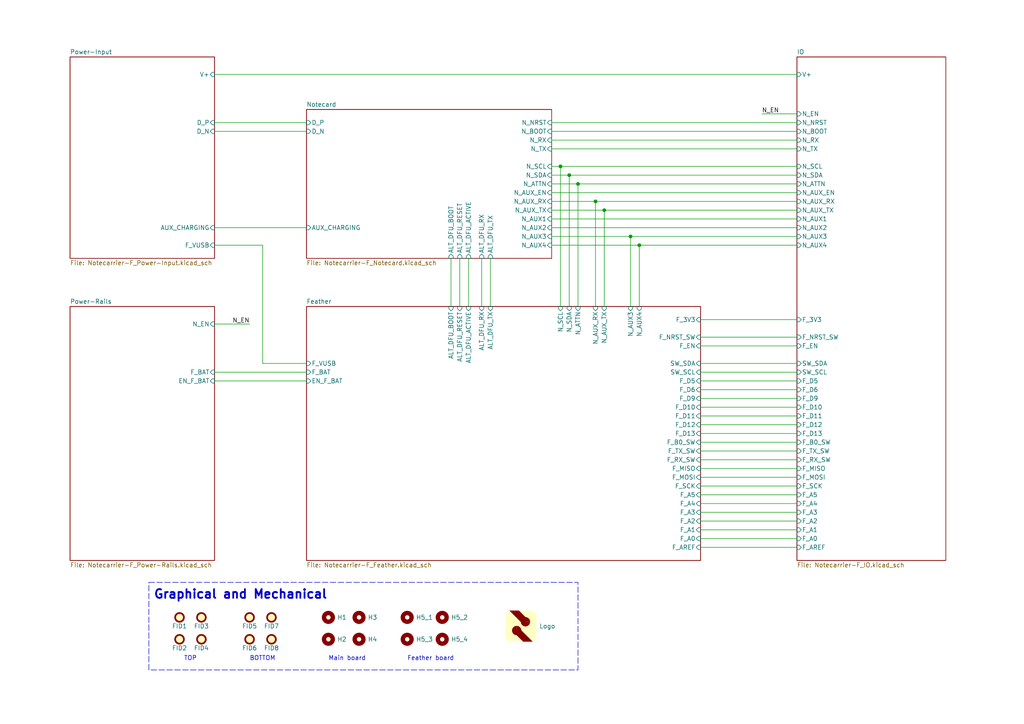
<source format=kicad_sch>
(kicad_sch (version 20230121) (generator eeschema)
  (paper "A4")
  (title_block (title "Notecarrier-F") (date "DRAFT") (rev "B") (comment 1 "Blues Inc") (comment 2 "Heath Raftery"))
  (lib_symbols
    (symbol "Mechanical:Fiducial"
      (property "Reference" "FID" (at 0 5.08 0))
      (property "Value" "Fiducial" (at 0 3.175 0))
      (symbol "Fiducial_0_1"
        (circle (center 0 0) (radius 1.27) (stroke (width 0.508)) (fill (type background)))
      )
    )
    (symbol "Mechanical:MountingHole" (pin_names (offset 1.016))
      (property "Reference" "H" (at 0 5.08 0))
      (property "Value" "MountingHole" (at 0 3.175 0))
      (symbol "MountingHole_0_1"
        (circle (center 0 0) (radius 1.27) (stroke (width 1.27)))
      )
    )
    (symbol "blues-kicad-lib:Logo_Blues_Wireless" (in_bom no)
      (symbol "Logo_Blues_Wireless_0_1"
        (arc (start -4.445 -3.175) (mid -4.073 -4.073) (end -3.175 -4.445) (stroke (width -0.0001)) (fill (type background)))
        (arc (start -3.175 4.445) (mid -4.073 4.073) (end -4.445 3.175) (stroke (width -0.0001)) (fill (type background)))
        (arc (start -2.54 -1.27) (mid -2.168 -2.168) (end -1.27 -2.54) (fill (type outline)))
        (arc (start -1.27 0) (mid -2.168 -0.372) (end -2.54 -1.27) (fill (type outline)))
        (arc (start 0 -1.27) (mid -0.372 -0.372) (end -1.27 0) (fill (type outline)))
        (polyline (pts (xy 0 -1.27) (xy 3.175 -4.445) (xy 3.175 -4.445)))
        (polyline (pts (xy 0 1.27) (xy -3.175 4.445) (xy -3.175 4.445)))
        (polyline (pts (xy -3.175 4.445) (xy -0.635 4.445) (xy 1.27 2.54) (xy 1.27 1.27) (xy 0 1.27) (xy -3.175 4.445)) (fill (type outline)))
        (polyline (pts (xy 0.635 -4.445) (xy -1.27 -2.54) (xy -1.27 -1.27) (xy 0 -1.27) (xy 3.175 -4.445) (xy 0.635 -4.445)) (fill (type outline)))
        (polyline (pts (xy -4.445 3.175) (xy -3.175 3.175) (xy -3.175 4.445) (xy 3.175 4.445) (xy 3.175 3.175) (xy 4.445 3.175) (xy 4.445 -3.175) (xy 3.175 -3.175) (xy 3.175 -4.445) (xy -3.175 -4.445) (xy -3.175 -3.175) (xy -4.445 -3.175) (xy -4.445 3.175)) (stroke (width -0.0001)) (fill (type background)))
        (arc (start 0 1.27) (mid 0.372 0.372) (end 1.27 0) (fill (type outline)))
        (arc (start 1.27 0) (mid 2.168 0.372) (end 2.54 1.27) (fill (type outline)))
        (arc (start 2.54 1.27) (mid 2.168 2.168) (end 1.27 2.54) (fill (type outline)))
        (arc (start 3.175 -4.445) (mid 4.073 -4.073) (end 4.445 -3.175) (stroke (width -0.0001)) (fill (type background)))
        (arc (start 4.445 3.175) (mid 4.073 4.073) (end 3.175 4.445) (stroke (width -0.0001)) (fill (type background)))
      )
    )
  )
  (junction (at 182.88 68.58))
  (junction (at 162.56 48.26))
  (junction (at 167.64 53.34))
  (junction (at 175.26 60.96))
  (junction (at 172.72 58.42))
  (junction (at 185.42 71.12))
  (junction (at 165.1 50.8))
  (wire (pts (xy 203.2 120.65) (xy 231.14 120.65)))
  (wire (pts (xy 203.2 133.35) (xy 231.14 133.35)))
  (wire (pts (xy 130.81 74.93) (xy 130.81 88.9)))
  (wire (pts (xy 162.56 48.26) (xy 231.14 48.26)))
  (wire (pts (xy 220.98 33.02) (xy 231.14 33.02)))
  (wire (pts (xy 203.2 97.79) (xy 231.14 97.79)))
  (wire (pts (xy 203.2 110.49) (xy 231.14 110.49)))
  (wire (pts (xy 203.2 143.51) (xy 231.14 143.51)))
  (wire (pts (xy 203.2 135.89) (xy 231.14 135.89)))
  (wire (pts (xy 203.2 153.67) (xy 231.14 153.67)))
  (wire (pts (xy 203.2 140.97) (xy 231.14 140.97)))
  (wire (pts (xy 203.2 113.03) (xy 231.14 113.03)))
  (wire (pts (xy 175.26 60.96) (xy 231.14 60.96)))
  (wire (pts (xy 203.2 118.11) (xy 231.14 118.11)))
  (wire (pts (xy 182.88 68.58) (xy 182.88 88.9)))
  (wire (pts (xy 203.2 100.33) (xy 231.14 100.33)))
  (wire (pts (xy 160.02 48.26) (xy 162.56 48.26)))
  (wire (pts (xy 160.02 50.8) (xy 165.1 50.8)))
  (wire (pts (xy 76.2 105.41) (xy 88.9 105.41)))
  (wire (pts (xy 203.2 158.75) (xy 231.14 158.75)))
  (wire (pts (xy 203.2 105.41) (xy 231.14 105.41)))
  (wire (pts (xy 160.02 40.64) (xy 231.14 40.64)))
  (wire (pts (xy 160.02 38.1) (xy 231.14 38.1)))
  (wire (pts (xy 172.72 58.42) (xy 172.72 88.9)))
  (wire (pts (xy 203.2 138.43) (xy 231.14 138.43)))
  (wire (pts (xy 160.02 53.34) (xy 167.64 53.34)))
  (wire (pts (xy 62.23 93.98) (xy 72.39 93.98)))
  (wire (pts (xy 165.1 50.8) (xy 231.14 50.8)))
  (wire (pts (xy 160.02 43.18) (xy 231.14 43.18)))
  (wire (pts (xy 203.2 151.13) (xy 231.14 151.13)))
  (wire (pts (xy 135.89 74.93) (xy 135.89 88.9)))
  (wire (pts (xy 165.1 50.8) (xy 165.1 88.9)))
  (wire (pts (xy 162.56 48.26) (xy 162.56 88.9)))
  (wire (pts (xy 203.2 92.71) (xy 231.14 92.71)))
  (wire (pts (xy 167.64 88.9) (xy 167.64 53.34)))
  (wire (pts (xy 142.24 74.93) (xy 142.24 88.9)))
  (wire (pts (xy 160.02 71.12) (xy 185.42 71.12)))
  (wire (pts (xy 160.02 68.58) (xy 182.88 68.58)))
  (wire (pts (xy 62.23 38.1) (xy 88.9 38.1)))
  (wire (pts (xy 172.72 58.42) (xy 231.14 58.42)))
  (wire (pts (xy 76.2 71.12) (xy 76.2 105.41)))
  (wire (pts (xy 160.02 60.96) (xy 175.26 60.96)))
  (wire (pts (xy 203.2 107.95) (xy 231.14 107.95)))
  (wire (pts (xy 62.23 110.49) (xy 88.9 110.49)))
  (wire (pts (xy 62.23 66.04) (xy 88.9 66.04)))
  (wire (pts (xy 203.2 130.81) (xy 231.14 130.81)))
  (wire (pts (xy 182.88 68.58) (xy 231.14 68.58)))
  (wire (pts (xy 175.26 60.96) (xy 175.26 88.9)))
  (wire (pts (xy 185.42 71.12) (xy 231.14 71.12)))
  (wire (pts (xy 203.2 148.59) (xy 231.14 148.59)))
  (wire (pts (xy 203.2 125.73) (xy 231.14 125.73)))
  (wire (pts (xy 203.2 156.21) (xy 231.14 156.21)))
  (wire (pts (xy 62.23 71.12) (xy 76.2 71.12)))
  (wire (pts (xy 167.64 53.34) (xy 231.14 53.34)))
  (wire (pts (xy 62.23 21.59) (xy 231.14 21.59)))
  (wire (pts (xy 203.2 146.05) (xy 231.14 146.05)))
  (wire (pts (xy 62.23 35.56) (xy 88.9 35.56)))
  (wire (pts (xy 160.02 35.56) (xy 231.14 35.56)))
  (wire (pts (xy 160.02 55.88) (xy 231.14 55.88)))
  (wire (pts (xy 160.02 63.5) (xy 231.14 63.5)))
  (wire (pts (xy 133.35 74.93) (xy 133.35 88.9)))
  (wire (pts (xy 203.2 128.27) (xy 231.14 128.27)))
  (wire (pts (xy 160.02 58.42) (xy 172.72 58.42)))
  (wire (pts (xy 203.2 123.19) (xy 231.14 123.19)))
  (wire (pts (xy 62.23 107.95) (xy 88.9 107.95)))
  (wire (pts (xy 203.2 115.57) (xy 231.14 115.57)))
  (wire (pts (xy 160.02 66.04) (xy 231.14 66.04)))
  (wire (pts (xy 185.42 71.12) (xy 185.42 88.9)))
  (wire (pts (xy 139.7 74.93) (xy 139.7 88.9)))
  (rectangle (start 43.18 168.91) (end 167.64 194.31) (stroke (width 0) (type dash)))
  (text "Graphical and Mechanical" (at 44.45 173.99 0) (effects (font (size 2.54 2.54) (thickness 0.508) bold) (justify left bottom)))
  (text "BOTTOM" (at 72.39 191.77 0) (effects (font (size 1.27 1.27)) (justify left bottom)))
  (text "Main board" (at 95.25 191.77 0) (effects (font (size 1.27 1.27)) (justify left bottom)))
  (text "Feather board" (at 118.11 191.77 0) (effects (font (size 1.27 1.27)) (justify left bottom)))
  (text "TOP" (at 53.34 191.77 0) (effects (font (size 1.27 1.27)) (justify left bottom)))
  (label "N_EN" (at 72.39 93.98 180))
  (label "N_EN" (at 220.98 33.02 0))
  (symbol (lib_id "Mechanical:Fiducial") (at 52.07 179.07 0) (unit 1) (in_bom no)
    (property "Reference" "FID1" (at 52.07 181.61 0))
    (property "Value" "TPS" (effects hide))
    (property "Footprint" "blues-kicad-lib:Fiducial mark 1mm_Fv1.2" (effects hide))
  )
  (symbol (lib_id "Mechanical:Fiducial") (at 58.42 185.42 0) (unit 1) (in_bom no)
    (property "Reference" "FID4" (at 58.42 187.96 0))
    (property "Value" "TPS" (effects hide))
    (property "Footprint" "blues-kicad-lib:Fiducial mark 1mm_Fv1.2" (effects hide))
  )
  (symbol (lib_id "Mechanical:Fiducial") (at 72.39 185.42 0) (unit 1) (in_bom no)
    (property "Reference" "FID6" (at 72.39 187.96 0))
    (property "Value" "TPS" (effects hide))
    (property "Footprint" "blues-kicad-lib:Fiducial mark 1mm_Fv1.2" (effects hide))
  )
  (symbol (lib_id "Mechanical:MountingHole") (at 104.14 185.42 0) (unit 1) (in_bom no)
    (property "Reference" "H4" (at 106.68 185.42 0) (effects (justify left)))
    (property "Value" "MountingHole" (effects hide))
    (property "Footprint" "blues-kicad-lib:MountingHole_3.3mm_no-courtyard" (effects hide))
  )
  (symbol (lib_id "Mechanical:MountingHole") (at 95.25 185.42 0) (unit 1) (in_bom no)
    (property "Reference" "H2" (at 97.79 185.42 0) (effects (justify left)))
    (property "Value" "MountingHole" (effects hide))
    (property "Footprint" "blues-kicad-lib:MountingHole_3.3mm_no-courtyard" (effects hide))
  )
  (symbol (lib_id "Mechanical:MountingHole") (at 128.27 179.07 0) (unit 1) (in_bom no)
    (property "Reference" "H5_2" (at 130.81 179.07 0) (effects (justify left)))
    (property "Value" "MountingHole" (effects hide))
    (property "Footprint" "blues-kicad-lib:MountingHole_2.54mm_no-courtyard" (effects hide))
  )
  (symbol (lib_id "blues-kicad-lib:Logo_Blues_Wireless") (at 151.13 181.61 0) (unit 1) (in_bom no)
    (property "Reference" "G1" (effects hide))
    (property "Value" "Logo" (at 158.75 181.61 0))
    (property "Footprint" "blues-kicad-lib:Logo_23.5x6.1" (effects hide))
    (property "Sim.Enable" "0" (effects hide))
  )
  (symbol (lib_id "Mechanical:MountingHole") (at 118.11 185.42 0) (unit 1) (in_bom no)
    (property "Reference" "H5_3" (at 120.65 185.42 0) (effects (justify left)))
    (property "Value" "MountingHole" (effects hide))
    (property "Footprint" "blues-kicad-lib:MountingHole_2.54mm_no-courtyard" (effects hide))
  )
  (symbol (lib_id "Mechanical:MountingHole") (at 95.25 179.07 0) (unit 1) (in_bom no)
    (property "Reference" "H1" (at 97.79 179.07 0) (effects (justify left)))
    (property "Value" "MountingHole" (effects hide))
    (property "Footprint" "blues-kicad-lib:MountingHole_3.3mm_no-courtyard" (effects hide))
  )
  (symbol (lib_id "Mechanical:Fiducial") (at 72.39 179.07 0) (unit 1) (in_bom no)
    (property "Reference" "FID5" (at 72.39 181.61 0))
    (property "Value" "TPS" (effects hide))
    (property "Footprint" "blues-kicad-lib:Fiducial mark 1mm_Fv1.2" (effects hide))
  )
  (symbol (lib_id "Mechanical:Fiducial") (at 52.07 185.42 0) (unit 1) (in_bom no)
    (property "Reference" "FID2" (at 52.07 187.96 0))
    (property "Value" "TPS" (effects hide))
    (property "Footprint" "blues-kicad-lib:Fiducial mark 1mm_Fv1.2" (effects hide))
  )
  (symbol (lib_id "Mechanical:Fiducial") (at 78.74 179.07 0) (unit 1) (in_bom no)
    (property "Reference" "FID7" (at 78.74 181.61 0))
    (property "Value" "TPS" (effects hide))
    (property "Footprint" "blues-kicad-lib:Fiducial mark 1mm_Fv1.2" (effects hide))
  )
  (symbol (lib_id "Mechanical:MountingHole") (at 118.11 179.07 0) (unit 1) (in_bom no)
    (property "Reference" "H5_1" (at 120.65 179.07 0) (effects (justify left)))
    (property "Value" "MountingHole" (effects hide))
    (property "Footprint" "blues-kicad-lib:MountingHole_2.54mm_no-courtyard" (effects hide))
  )
  (symbol (lib_id "Mechanical:Fiducial") (at 58.42 179.07 0) (unit 1) (in_bom no)
    (property "Reference" "FID3" (at 58.42 181.61 0))
    (property "Value" "TPS" (effects hide))
    (property "Footprint" "blues-kicad-lib:Fiducial mark 1mm_Fv1.2" (effects hide))
  )
  (symbol (lib_id "Mechanical:Fiducial") (at 78.74 185.42 0) (unit 1) (in_bom no)
    (property "Reference" "FID8" (at 78.74 187.96 0))
    (property "Value" "TPS" (effects hide))
    (property "Footprint" "blues-kicad-lib:Fiducial mark 1mm_Fv1.2" (effects hide))
  )
  (symbol (lib_id "Mechanical:MountingHole") (at 128.27 185.42 0) (unit 1) (in_bom no)
    (property "Reference" "H5_4" (at 130.81 185.42 0) (effects (justify left)))
    (property "Value" "MountingHole" (effects hide))
    (property "Footprint" "blues-kicad-lib:MountingHole_2.54mm_no-courtyard" (effects hide))
  )
  (symbol (lib_id "Mechanical:MountingHole") (at 104.14 179.07 0) (unit 1) (in_bom no)
    (property "Reference" "H3" (at 106.68 179.07 0) (effects (justify left)))
    (property "Value" "MountingHole" (effects hide))
    (property "Footprint" "blues-kicad-lib:MountingHole_3.3mm_no-courtyard" (effects hide))
  )
  (sheet (at 231.14 16.51) (size 43.18 146.05) (stroke (width 0.1524))
    (property "Sheetname" "IO" (at 231.14 15.7984 0) (effects (justify left bottom)))
    (property "Sheetfile" "Notecarrier-F_IO.kicad_sch" (at 231.14 163.1446 0) (effects (justify left top)))
    (pin "F_NRST_SW" input (at 231.14 97.79 180))
    (pin "F_EN" input (at 231.14 100.33 180))
    (pin "N_EN" input (at 231.14 33.02 180))
    (pin "N_NRST" input (at 231.14 35.56 180))
    (pin "N_SDA" input (at 231.14 50.8 180))
    (pin "N_SCL" input (at 231.14 48.26 180))
    (pin "N_ATTN" input (at 231.14 53.34 180))
    (pin "N_AUX_EN" input (at 231.14 55.88 180))
    (pin "N_AUX_RX" input (at 231.14 58.42 180))
    (pin "N_AUX_TX" input (at 231.14 60.96 180))
    (pin "N_AUX2" input (at 231.14 66.04 180))
    (pin "N_AUX1" input (at 231.14 63.5 180))
    (pin "N_AUX3" input (at 231.14 68.58 180))
    (pin "N_AUX4" input (at 231.14 71.12 180))
    (pin "N_RX" input (at 231.14 40.64 180))
    (pin "N_TX" input (at 231.14 43.18 180))
    (pin "F_D9" input (at 231.14 115.57 180))
    (pin "F_D6" input (at 231.14 113.03 180))
    (pin "F_D5" input (at 231.14 110.49 180))
    (pin "F_D12" input (at 231.14 123.19 180))
    (pin "F_D11" input (at 231.14 120.65 180))
    (pin "F_MOSI" input (at 231.14 138.43 180))
    (pin "F_D10" input (at 231.14 118.11 180))
    (pin "F_AREF" input (at 231.14 158.75 180))
    (pin "F_SCK" input (at 231.14 140.97 180))
    (pin "F_D13" input (at 231.14 125.73 180))
    (pin "F_A0" input (at 231.14 156.21 180))
    (pin "F_A1" input (at 231.14 153.67 180))
    (pin "F_A5" input (at 231.14 143.51 180))
    (pin "F_A4" input (at 231.14 146.05 180))
    (pin "F_A3" input (at 231.14 148.59 180))
    (pin "F_A2" input (at 231.14 151.13 180))
    (pin "F_RX_SW" input (at 231.14 133.35 180))
    (pin "F_MISO" input (at 231.14 135.89 180))
    (pin "F_TX_SW" input (at 231.14 130.81 180))
    (pin "F_B0_SW" input (at 231.14 128.27 180))
    (pin "V+" input (at 231.14 21.59 180))
    (pin "F_3V3" input (at 231.14 92.71 180))
    (pin "N_BOOT" input (at 231.14 38.1 180))
    (pin "SW_SDA" input (at 231.14 105.41 180))
    (pin "SW_SCL" input (at 231.14 107.95 180))
  )
  (sheet (at 20.32 88.9) (size 41.91 73.66) (stroke (width 0.1524))
    (property "Sheetname" "Power-Rails" (at 20.32 88.1884 0) (effects (justify left bottom)))
    (property "Sheetfile" "Notecarrier-F_Power-Rails.kicad_sch" (at 20.32 163.1446 0) (effects (justify left top)))
    (pin "EN_F_BAT" input (at 62.23 110.49 0))
    (pin "N_EN" input (at 62.23 93.98 0))
    (pin "F_BAT" input (at 62.23 107.95 0))
  )
  (sheet (at 20.32 16.51) (size 41.91 58.42) (stroke (width 0.1524))
    (property "Sheetname" "Power-Input" (at 20.32 15.7984 0) (effects (justify left bottom)))
    (property "Sheetfile" "Notecarrier-F_Power-Input.kicad_sch" (at 20.32 75.5146 0) (effects (justify left top)))
    (pin "D_N" input (at 62.23 38.1 0))
    (pin "D_P" input (at 62.23 35.56 0))
    (pin "F_VUSB" input (at 62.23 71.12 0))
    (pin "V+" input (at 62.23 21.59 0))
    (pin "AUX_CHARGING" input (at 62.23 66.04 0))
  )
  (sheet (at 88.9 31.75) (size 71.12 43.18) (stroke (width 0.1524))
    (property "Sheetname" "Notecard" (at 88.9 31.0384 0) (effects (justify left bottom)))
    (property "Sheetfile" "Notecarrier-F_Notecard.kicad_sch" (at 88.9 75.5146 0) (effects (justify left top)))
    (pin "D_P" input (at 88.9 35.56 180))
    (pin "D_N" input (at 88.9 38.1 180))
    (pin "N_AUX1" input (at 160.02 63.5 0))
    (pin "N_AUX2" input (at 160.02 66.04 0))
    (pin "N_AUX3" input (at 160.02 68.58 0))
    (pin "N_AUX4" input (at 160.02 71.12 0))
    (pin "N_SCL" input (at 160.02 48.26 0))
    (pin "N_AUX_TX" input (at 160.02 60.96 0))
    (pin "N_AUX_EN" input (at 160.02 55.88 0))
    (pin "N_TX" input (at 160.02 43.18 0))
    (pin "N_AUX_RX" input (at 160.02 58.42 0))
    (pin "N_RX" input (at 160.02 40.64 0))
    (pin "N_SDA" input (at 160.02 50.8 0))
    (pin "N_ATTN" input (at 160.02 53.34 0))
    (pin "N_NRST" input (at 160.02 35.56 0))
    (pin "N_BOOT" input (at 160.02 38.1 0))
    (pin "ALT_DFU_TX" input (at 142.24 74.93 270))
    (pin "ALT_DFU_RX" input (at 139.7 74.93 270))
    (pin "AUX_CHARGING" input (at 88.9 66.04 180))
    (pin "ALT_DFU_ACTIVE" input (at 135.89 74.93 270))
    (pin "ALT_DFU_RESET" input (at 133.35 74.93 270))
    (pin "ALT_DFU_BOOT" input (at 130.81 74.93 270))
  )
  (sheet (at 88.9 88.9) (size 114.3 73.66) (stroke (width 0.1524))
    (property "Sheetname" "Feather" (at 88.9 88.1884 0) (effects (justify left bottom)))
    (property "Sheetfile" "Notecarrier-F_Feather.kicad_sch" (at 88.9 163.1446 0) (effects (justify left top)))
    (pin "N_SDA" input (at 165.1 88.9 90))
    (pin "N_SCL" input (at 162.56 88.9 90))
    (pin "N_AUX4" input (at 185.42 88.9 90))
    (pin "N_AUX3" input (at 182.88 88.9 90))
    (pin "N_AUX_TX" input (at 175.26 88.9 90))
    (pin "N_AUX_RX" input (at 172.72 88.9 90))
    (pin "EN_F_BAT" input (at 88.9 110.49 180))
    (pin "F_VUSB" input (at 88.9 105.41 180))
    (pin "F_EN" input (at 203.2 100.33 0))
    (pin "N_ATTN" input (at 167.64 88.9 90))
    (pin "F_A2" input (at 203.2 151.13 0))
    (pin "F_AREF" input (at 203.2 158.75 0))
    (pin "F_A0" input (at 203.2 156.21 0))
    (pin "F_A1" input (at 203.2 153.67 0))
    (pin "F_A3" input (at 203.2 148.59 0))
    (pin "F_A4" input (at 203.2 146.05 0))
    (pin "F_A5" input (at 203.2 143.51 0))
    (pin "F_MOSI" input (at 203.2 138.43 0))
    (pin "F_SCK" input (at 203.2 140.97 0))
    (pin "F_MISO" input (at 203.2 135.89 0))
    (pin "F_D12" input (at 203.2 123.19 0))
    (pin "F_B0_SW" input (at 203.2 128.27 0))
    (pin "F_RX_SW" input (at 203.2 133.35 0))
    (pin "F_TX_SW" input (at 203.2 130.81 0))
    (pin "F_D11" input (at 203.2 120.65 0))
    (pin "F_NRST_SW" input (at 203.2 97.79 0))
    (pin "F_D13" input (at 203.2 125.73 0))
    (pin "F_D9" input (at 203.2 115.57 0))
    (pin "F_D6" input (at 203.2 113.03 0))
    (pin "F_D10" input (at 203.2 118.11 0))
    (pin "F_D5" input (at 203.2 110.49 0))
    (pin "F_3V3" input (at 203.2 92.71 0))
    (pin "F_BAT" input (at 88.9 107.95 180))
    (pin "ALT_DFU_ACTIVE" input (at 135.89 88.9 90))
    (pin "ALT_DFU_BOOT" input (at 130.81 88.9 90))
    (pin "ALT_DFU_RESET" input (at 133.35 88.9 90))
    (pin "ALT_DFU_TX" input (at 142.24 88.9 90))
    (pin "ALT_DFU_RX" input (at 139.7 88.9 90))
    (pin "SW_SCL" input (at 203.2 107.95 0))
    (pin "SW_SDA" input (at 203.2 105.41 0))
  )
)
</source>
